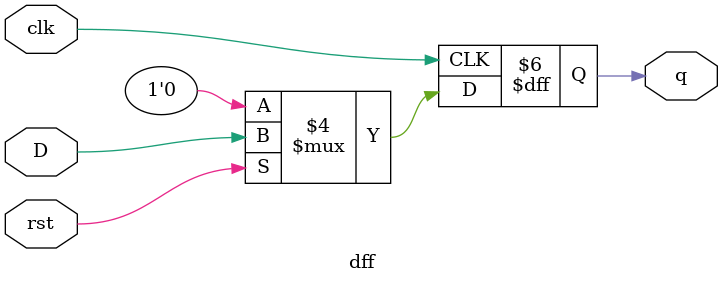
<source format=v>
module dff(D,clk,rst,q);
input D,clk,rst;
output reg q;

always @(posedge clk)

begin
if (rst==1'b0)
q<=1'b0;
else
q<=D;
end
endmodule
</source>
